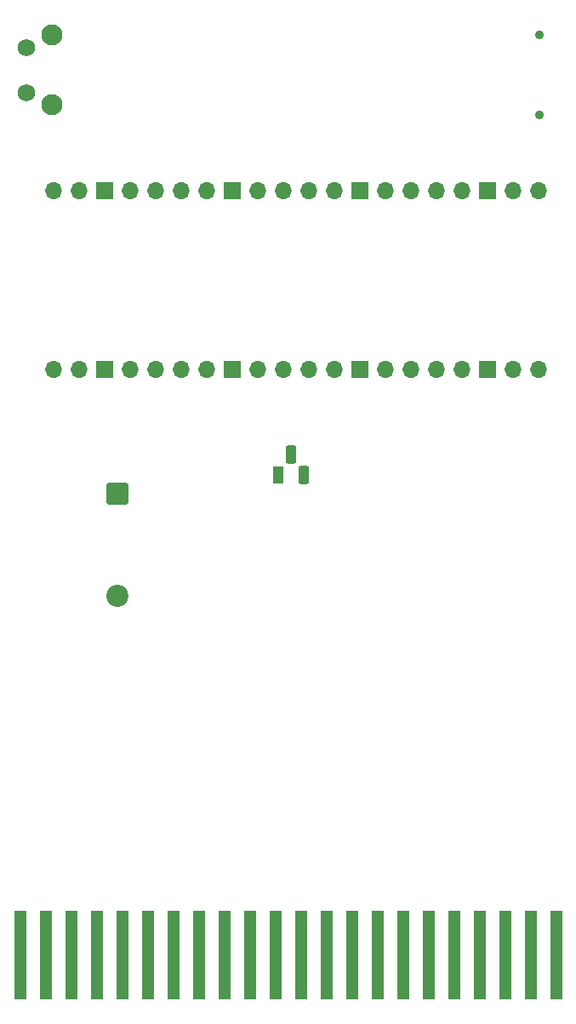
<source format=gbr>
%TF.GenerationSoftware,KiCad,Pcbnew,9.0.6*%
%TF.CreationDate,2025-12-23T16:48:34+01:00*%
%TF.ProjectId,PiRTOII2_cart,50695254-4f49-4493-925f-636172742e6b,1git*%
%TF.SameCoordinates,Original*%
%TF.FileFunction,Soldermask,Bot*%
%TF.FilePolarity,Negative*%
%FSLAX46Y46*%
G04 Gerber Fmt 4.6, Leading zero omitted, Abs format (unit mm)*
G04 Created by KiCad (PCBNEW 9.0.6) date 2025-12-23 16:48:34*
%MOMM*%
%LPD*%
G01*
G04 APERTURE LIST*
G04 Aperture macros list*
%AMRoundRect*
0 Rectangle with rounded corners*
0 $1 Rounding radius*
0 $2 $3 $4 $5 $6 $7 $8 $9 X,Y pos of 4 corners*
0 Add a 4 corners polygon primitive as box body*
4,1,4,$2,$3,$4,$5,$6,$7,$8,$9,$2,$3,0*
0 Add four circle primitives for the rounded corners*
1,1,$1+$1,$2,$3*
1,1,$1+$1,$4,$5*
1,1,$1+$1,$6,$7*
1,1,$1+$1,$8,$9*
0 Add four rect primitives between the rounded corners*
20,1,$1+$1,$2,$3,$4,$5,0*
20,1,$1+$1,$4,$5,$6,$7,0*
20,1,$1+$1,$6,$7,$8,$9,0*
20,1,$1+$1,$8,$9,$2,$3,0*%
G04 Aperture macros list end*
%ADD10RoundRect,0.249999X-0.850001X0.850001X-0.850001X-0.850001X0.850001X-0.850001X0.850001X0.850001X0*%
%ADD11C,2.200000*%
%ADD12O,1.700000X1.700000*%
%ADD13R,1.700000X1.700000*%
%ADD14R,1.100000X1.800000*%
%ADD15RoundRect,0.275000X-0.275000X-0.625000X0.275000X-0.625000X0.275000X0.625000X-0.275000X0.625000X0*%
%ADD16C,0.900000*%
%ADD17C,2.100000*%
%ADD18C,1.750000*%
%ADD19R,1.270000X8.840000*%
G04 APERTURE END LIST*
D10*
%TO.C,D1*%
X102050000Y-127840000D03*
D11*
X102050000Y-138000000D03*
%TD*%
D12*
%TO.C,U1*%
X95740000Y-115480000D03*
X98280000Y-115480000D03*
D13*
X100820000Y-115480000D03*
D12*
X103360000Y-115480000D03*
X105900000Y-115480000D03*
X108440000Y-115480000D03*
X110980000Y-115480000D03*
D13*
X113520000Y-115480000D03*
D12*
X116060000Y-115480000D03*
X118600000Y-115480000D03*
X121140000Y-115480000D03*
X123680000Y-115480000D03*
D13*
X126220000Y-115480000D03*
D12*
X128760000Y-115480000D03*
X131300000Y-115480000D03*
X133840000Y-115480000D03*
X136380000Y-115480000D03*
D13*
X138920000Y-115480000D03*
D12*
X141460000Y-115480000D03*
X144000000Y-115480000D03*
X144000000Y-97700000D03*
X141460000Y-97700000D03*
D13*
X138920000Y-97700000D03*
D12*
X136380000Y-97700000D03*
X133840000Y-97700000D03*
X131300000Y-97700000D03*
X128760000Y-97700000D03*
D13*
X126220000Y-97700000D03*
D12*
X123680000Y-97700000D03*
X121140000Y-97700000D03*
X118600000Y-97700000D03*
X116060000Y-97700000D03*
D13*
X113520000Y-97700000D03*
D12*
X110980000Y-97700000D03*
X108440000Y-97700000D03*
X105900000Y-97700000D03*
X103360000Y-97700000D03*
D13*
X100820000Y-97700000D03*
D12*
X98280000Y-97700000D03*
X95740000Y-97700000D03*
%TD*%
D14*
%TO.C,Q1*%
X118050000Y-126000000D03*
D15*
X119320000Y-123930000D03*
X120590000Y-126000000D03*
%TD*%
D16*
%TO.C,J3*%
X144102500Y-82170000D03*
X144102500Y-90170000D03*
%TD*%
D17*
%TO.C,SW1*%
X95530000Y-89180000D03*
X95530000Y-82170000D03*
D18*
X93040000Y-87930000D03*
X93040000Y-83430000D03*
%TD*%
D19*
%TO.C,CN1*%
X145737700Y-173734000D03*
X143197700Y-173734000D03*
X140657700Y-173734000D03*
X138117700Y-173734000D03*
X135577700Y-173734000D03*
X133037700Y-173734000D03*
X130497700Y-173734000D03*
X127957700Y-173734000D03*
X125417700Y-173734000D03*
X122877700Y-173734000D03*
X120337700Y-173734000D03*
X117797700Y-173734000D03*
X115257700Y-173734000D03*
X112717700Y-173734000D03*
X110177700Y-173734000D03*
X107637700Y-173734000D03*
X105097700Y-173734000D03*
X102557700Y-173734000D03*
X100017700Y-173734000D03*
X97477700Y-173734000D03*
X94937700Y-173734000D03*
X92397700Y-173734000D03*
%TD*%
M02*

</source>
